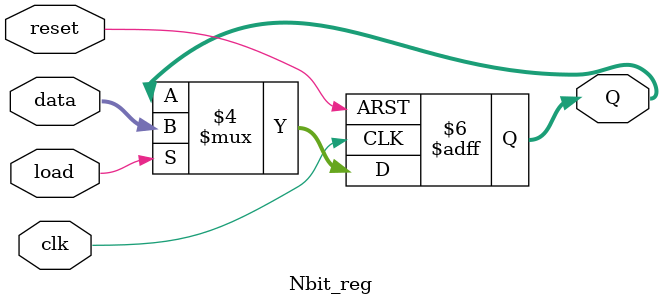
<source format=v>
`timescale 1ns / 1ps


module Nbit_reg#(parameter N=32)(
input clk,
input load,
input reset,
input [N-1:0] data,
output reg [N-1:0] Q

    );
    always@(posedge(clk), posedge(reset)) begin
    if (reset==1'b1)
    Q<=0;
    else begin
    if (load== 1'b1)
    Q<=data;
    end
    end
endmodule

</source>
